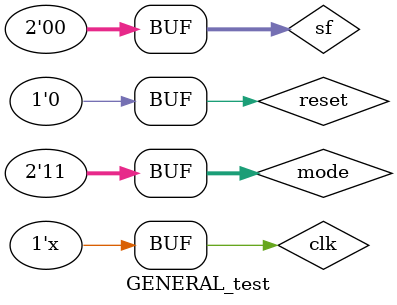
<source format=v>
`timescale 1ns / 1ps


module GENERAL_test;

	// Inputs
	reg clk;
	reg reset;
	reg [1:0] sf;
	reg [1:0] mode;

	// Outputs
	wire [7:0] LED1;
	wire [7:0] LED2;
	wire [7:0] LED3;
	wire [7:0] LED4;

	// Instantiate the Unit Under Test (UUT)
	GENERAL uut (
		.clk(clk), 
		.reset(reset), 
		.sf(sf), 
		.mode(mode), 
		.LED1(LED1), 
		.LED2(LED2), 
		.LED3(LED3), 
		.LED4(LED4)
	);
always
begin 
#10;clk=~clk;
end
	initial begin
		// Initialize Inputs
		clk = 0;
		sf=0;
		mode = 2'b11;
		reset = 0;
		#20;
		reset = 1;
		#20;
		reset = 0;
		// Wait 100 ns for global reset to finish
		#500;
        
		// Add stimulus here

	end
      
endmodule


</source>
